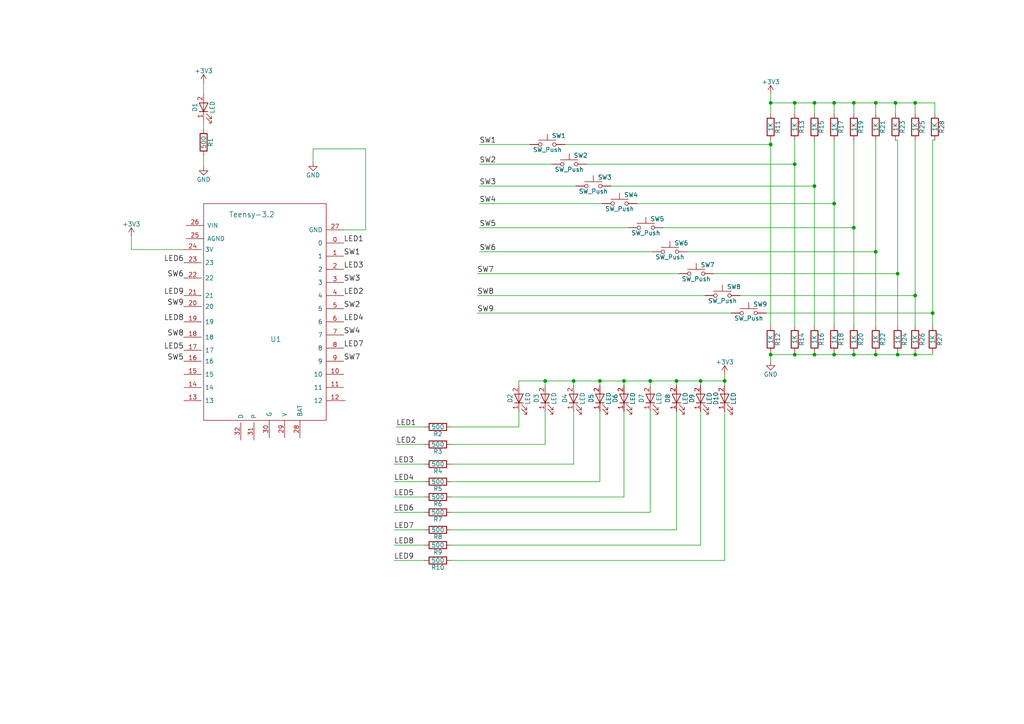
<source format=kicad_sch>
(kicad_sch (version 20230121) (generator eeschema)
  (paper "A4")
  (lib_symbols
    (symbol "Keyboard-Controller-rescue:+3.3V" (power) (pin_names (offset 0))
      (property "Value" "+3.3V" (at 0 3.556 0))
      (symbol "+3.3V_0_1"
        (polyline (pts (xy -0.762 1.27) (xy 0 2.54)))
        (polyline (pts (xy 0 0) (xy 0 2.54)))
        (polyline (pts (xy 0 2.54) (xy 0.762 1.27)))
      )
      (symbol "+3.3V_1_1"
        (pin power_in line (at 0 0 90) (length 0) hide (name "+3V3") (number "1"))
      )
    )
    (symbol "Keyboard-Controller-rescue:GND" (power) (pin_names (offset 0))
      (property "Value" "GND" (at 0 -3.81 0))
      (symbol "GND_0_1"
        (polyline (pts (xy 0 0) (xy 0 -1.27) (xy 1.27 -1.27) (xy 0 -2.54) (xy -1.27 -1.27) (xy 0 -1.27)))
      )
      (symbol "GND_1_1"
        (pin power_in line (at 0 0 270) (length 0) hide (name "GND") (number "1"))
      )
    )
    (symbol "Keyboard-Controller-rescue:LED" (pin_names (offset 1.016) hide)
      (property "Reference" "D" (at 0 2.54 0))
      (property "Value" "LED" (at 0 -2.54 0))
      (symbol "LED_0_1"
        (polyline (pts (xy -1.27 -1.27) (xy -1.27 1.27)) (stroke (width 0.2032)))
        (polyline (pts (xy -1.27 0) (xy 1.27 0)))
        (polyline (pts (xy 1.27 -1.27) (xy 1.27 1.27) (xy -1.27 0) (xy 1.27 -1.27)) (stroke (width 0.2032)))
        (polyline (pts (xy -3.048 -0.762) (xy -4.572 -2.286) (xy -3.81 -2.286) (xy -4.572 -2.286) (xy -4.572 -1.524)))
        (polyline (pts (xy -1.778 -0.762) (xy -3.302 -2.286) (xy -2.54 -2.286) (xy -3.302 -2.286) (xy -3.302 -1.524)))
      )
      (symbol "LED_1_1"
        (pin passive line (at -3.81 0 0) (length 2.54) (name "K") (number "1"))
        (pin passive line (at 3.81 0 180) (length 2.54) (name "A") (number "2"))
      )
    )
    (symbol "Keyboard-Controller-rescue:R" (pin_numbers hide) (pin_names (offset 0))
      (property "Reference" "R" (at 2.032 0 90))
      (property "Value" "R" (at 0 0 90))
      (symbol "R_0_1"
        (rectangle (start -1.016 -2.54) (end 1.016 2.54) (stroke (width 0.254)))
      )
      (symbol "R_1_1"
        (pin passive line (at 0 3.81 270) (length 1.27) (name "~") (number "1"))
        (pin passive line (at 0 -3.81 90) (length 1.27) (name "~") (number "2"))
      )
    )
    (symbol "Keyboard-Controller-rescue:SW_Push" (pin_numbers hide) (pin_names (offset 1.016) hide)
      (property "Reference" "SW" (at 1.27 2.54 0))
      (property "Value" "SW_Push" (at 0 -1.524 0))
      (symbol "SW_Push_0_1"
        (circle (center -2.032 0) (radius 0.508))
        (polyline (pts (xy 0 1.27) (xy 0 3.048)))
        (polyline (pts (xy 2.54 1.27) (xy -2.54 1.27)))
        (circle (center 2.032 0) (radius 0.508))
        (pin passive line (at -5.08 0 0) (length 2.54) (name "1") (number "1"))
        (pin passive line (at 5.08 0 180) (length 2.54) (name "2") (number "2"))
      )
    )
    (symbol "teensy-32:Teensy-3.2" (pin_names (offset 1.016))
      (property "Reference" "U" (at 3.81 -6.35 0))
      (property "Value" "Teensy-3.2" (at -3.175 29.845 0))
      (symbol "Teensy-3.2_0_1"
        (rectangle (start -17.145 33.02) (end 18.415 -29.845))
      )
      (symbol "Teensy-3.2_1_1"
        (pin input line (at 23.495 21.59 180) (length 5.08) (name "0") (number "0"))
        (pin input line (at 23.495 17.78 180) (length 5.08) (name "1") (number "1"))
        (pin input line (at 23.495 -16.51 180) (length 5.08) (name "10") (number "10"))
        (pin input line (at 23.495 -20.32 180) (length 5.08) (name "11") (number "11"))
        (pin input line (at 23.495 -24.13 180) (length 5.08) (name "12") (number "12"))
        (pin input line (at -22.86 -24.13 0) (length 5.08) (name "13") (number "13"))
        (pin input line (at -22.86 -20.32 0) (length 5.08) (name "14") (number "14"))
        (pin input line (at -22.86 -16.51 0) (length 5.08) (name "15") (number "15"))
        (pin input line (at -22.86 -12.7 0) (length 5.08) (name "16") (number "16"))
        (pin input line (at -22.86 -9.525 0) (length 5.08) (name "17") (number "17"))
        (pin input line (at -22.86 -5.715 0) (length 5.08) (name "18") (number "18"))
        (pin input line (at -22.86 -1.27 0) (length 5.08) (name "19") (number "19"))
        (pin input line (at 23.495 13.97 180) (length 5.08) (name "2") (number "2"))
        (pin input line (at -22.86 3.175 0) (length 5.08) (name "20") (number "20"))
        (pin input line (at -22.86 6.35 0) (length 5.08) (name "21") (number "21"))
        (pin input line (at -22.86 11.43 0) (length 5.08) (name "22") (number "22"))
        (pin input line (at -22.86 15.875 0) (length 5.08) (name "23") (number "23"))
        (pin input line (at -22.86 19.685 0) (length 5.08) (name "3V") (number "24"))
        (pin input line (at -22.225 22.86 0) (length 5.08) (name "AGND") (number "25"))
        (pin input line (at -22.225 26.67 0) (length 5.08) (name "VIN") (number "26"))
        (pin input line (at 23.495 25.4 180) (length 5.08) (name "GND") (number "27"))
        (pin input line (at 10.795 -34.925 90) (length 5.08) (name "BAT") (number "28"))
        (pin input line (at 6.35 -34.925 90) (length 5.08) (name "V") (number "29"))
        (pin input line (at 23.495 10.16 180) (length 5.08) (name "3") (number "3"))
        (pin input line (at 1.905 -34.925 90) (length 5.08) (name "G") (number "30"))
        (pin input line (at -2.54 -35.56 90) (length 5.08) (name "P") (number "31"))
        (pin input line (at -6.35 -35.56 90) (length 5.08) (name "D") (number "32"))
        (pin input line (at 23.495 6.35 180) (length 5.08) (name "4") (number "4"))
        (pin input line (at 23.495 2.54 180) (length 5.08) (name "5") (number "5"))
        (pin input line (at 23.495 -1.27 180) (length 5.08) (name "6") (number "6"))
        (pin input line (at 23.495 -5.08 180) (length 5.08) (name "7") (number "7"))
        (pin input line (at 23.495 -8.89 180) (length 5.08) (name "8") (number "8"))
        (pin input line (at 23.495 -12.7 180) (length 5.08) (name "9") (number "9"))
      )
    )
  )
  (junction (at 166.37 110.49))
  (junction (at 254 102.87))
  (junction (at 259.715 29.845))
  (junction (at 236.22 53.975))
  (junction (at 223.52 41.91))
  (junction (at 265.43 102.87))
  (junction (at 180.975 110.49))
  (junction (at 241.935 102.87))
  (junction (at 241.935 29.845))
  (junction (at 223.52 102.87))
  (junction (at 247.65 102.87))
  (junction (at 247.65 29.845))
  (junction (at 230.505 47.625))
  (junction (at 236.22 102.87))
  (junction (at 158.115 110.49))
  (junction (at 260.35 79.375))
  (junction (at 270.51 90.805))
  (junction (at 265.43 85.725))
  (junction (at 210.185 110.49))
  (junction (at 241.935 59.055))
  (junction (at 196.215 110.49))
  (junction (at 254 73.025))
  (junction (at 203.2 110.49))
  (junction (at 173.99 110.49))
  (junction (at 265.43 29.845))
  (junction (at 188.595 110.49))
  (junction (at 260.35 102.87))
  (junction (at 254 29.845))
  (junction (at 247.65 66.04))
  (junction (at 223.52 29.845))
  (junction (at 236.22 29.845))
  (junction (at 230.505 102.87))
  (junction (at 230.505 29.845))
  (wire (pts (xy 241.935 29.845) (xy 241.935 33.02)))
  (wire (pts (xy 174.625 59.055) (xy 139.065 59.055)))
  (wire (pts (xy 260.35 102.87) (xy 260.35 102.235)))
  (wire (pts (xy 236.22 102.87) (xy 241.935 102.87)))
  (wire (pts (xy 259.715 29.845) (xy 259.715 33.02)))
  (wire (pts (xy 123.19 148.59) (xy 114.3 148.59)))
  (wire (pts (xy 247.65 29.845) (xy 254 29.845)))
  (wire (pts (xy 236.22 40.64) (xy 236.22 53.975)))
  (wire (pts (xy 114.935 123.825) (xy 123.19 123.825)))
  (wire (pts (xy 241.935 102.87) (xy 241.935 102.235)))
  (wire (pts (xy 230.505 102.87) (xy 230.505 102.235)))
  (wire (pts (xy 158.115 110.49) (xy 166.37 110.49)))
  (wire (pts (xy 241.935 102.87) (xy 247.65 102.87)))
  (wire (pts (xy 139.065 47.625) (xy 160.02 47.625)))
  (wire (pts (xy 223.52 41.91) (xy 223.52 94.615)))
  (wire (pts (xy 177.165 53.975) (xy 236.22 53.975)))
  (wire (pts (xy 138.43 90.805) (xy 212.09 90.805)))
  (wire (pts (xy 254 40.64) (xy 254 73.025)))
  (wire (pts (xy 173.99 139.7) (xy 130.81 139.7)))
  (wire (pts (xy 265.43 40.64) (xy 265.43 85.725)))
  (wire (pts (xy 130.81 153.67) (xy 196.215 153.67)))
  (wire (pts (xy 247.65 102.87) (xy 247.65 102.235)))
  (wire (pts (xy 247.65 40.64) (xy 247.65 66.04)))
  (wire (pts (xy 188.595 111.76) (xy 188.595 110.49)))
  (wire (pts (xy 90.805 43.18) (xy 90.805 46.99)))
  (wire (pts (xy 247.65 66.04) (xy 247.65 94.615)))
  (wire (pts (xy 196.215 110.49) (xy 203.2 110.49)))
  (wire (pts (xy 241.935 59.055) (xy 241.935 94.615)))
  (wire (pts (xy 270.51 40.64) (xy 271.145 40.64)))
  (wire (pts (xy 173.99 110.49) (xy 180.975 110.49)))
  (wire (pts (xy 139.065 53.975) (xy 167.005 53.975)))
  (wire (pts (xy 59.055 45.085) (xy 59.055 48.26)))
  (wire (pts (xy 230.505 40.64) (xy 230.505 47.625)))
  (wire (pts (xy 207.01 79.375) (xy 260.35 79.375)))
  (wire (pts (xy 270.51 90.805) (xy 270.51 94.615)))
  (wire (pts (xy 139.065 41.91) (xy 153.67 41.91)))
  (wire (pts (xy 203.2 111.76) (xy 203.2 110.49)))
  (wire (pts (xy 196.215 111.76) (xy 196.215 110.49)))
  (wire (pts (xy 223.52 102.87) (xy 230.505 102.87)))
  (wire (pts (xy 223.52 102.87) (xy 223.52 104.775)))
  (wire (pts (xy 254 73.025) (xy 254 94.615)))
  (wire (pts (xy 230.505 29.845) (xy 230.505 33.02)))
  (wire (pts (xy 223.52 102.235) (xy 223.52 102.87)))
  (wire (pts (xy 163.83 41.91) (xy 223.52 41.91)))
  (wire (pts (xy 210.185 108.585) (xy 210.185 110.49)))
  (wire (pts (xy 123.19 162.56) (xy 114.3 162.56)))
  (wire (pts (xy 271.145 29.845) (xy 271.145 33.02)))
  (wire (pts (xy 188.595 119.38) (xy 188.595 148.59)))
  (wire (pts (xy 173.99 111.76) (xy 173.99 110.49)))
  (wire (pts (xy 203.2 119.38) (xy 203.2 158.115)))
  (wire (pts (xy 188.595 148.59) (xy 130.81 148.59)))
  (wire (pts (xy 180.975 111.76) (xy 180.975 110.49)))
  (wire (pts (xy 138.43 79.375) (xy 196.85 79.375)))
  (wire (pts (xy 199.39 73.025) (xy 254 73.025)))
  (wire (pts (xy 166.37 134.62) (xy 166.37 119.38)))
  (wire (pts (xy 100.33 116.205) (xy 99.695 116.205)))
  (wire (pts (xy 150.495 123.825) (xy 150.495 119.38)))
  (wire (pts (xy 254 29.845) (xy 259.715 29.845)))
  (wire (pts (xy 214.63 85.725) (xy 265.43 85.725)))
  (wire (pts (xy 188.595 110.49) (xy 196.215 110.49)))
  (wire (pts (xy 158.115 119.38) (xy 158.115 128.905)))
  (wire (pts (xy 150.495 110.49) (xy 158.115 110.49)))
  (wire (pts (xy 223.52 29.845) (xy 230.505 29.845)))
  (wire (pts (xy 265.43 29.845) (xy 265.43 33.02)))
  (wire (pts (xy 210.185 162.56) (xy 130.81 162.56)))
  (wire (pts (xy 210.185 110.49) (xy 210.185 111.76)))
  (wire (pts (xy 259.715 29.845) (xy 265.43 29.845)))
  (wire (pts (xy 123.19 128.905) (xy 114.935 128.905)))
  (wire (pts (xy 270.51 40.64) (xy 270.51 90.805)))
  (wire (pts (xy 222.25 90.805) (xy 270.51 90.805)))
  (wire (pts (xy 123.19 153.67) (xy 114.3 153.67)))
  (wire (pts (xy 254 102.87) (xy 260.35 102.87)))
  (wire (pts (xy 38.1 72.39) (xy 38.1 68.58)))
  (wire (pts (xy 130.81 123.825) (xy 150.495 123.825)))
  (wire (pts (xy 265.43 85.725) (xy 265.43 94.615)))
  (wire (pts (xy 241.935 29.845) (xy 247.65 29.845)))
  (wire (pts (xy 170.18 47.625) (xy 230.505 47.625)))
  (wire (pts (xy 230.505 29.845) (xy 236.22 29.845)))
  (wire (pts (xy 236.22 53.975) (xy 236.22 94.615)))
  (wire (pts (xy 130.81 134.62) (xy 166.37 134.62)))
  (wire (pts (xy 230.505 102.87) (xy 236.22 102.87)))
  (wire (pts (xy 247.65 102.87) (xy 254 102.87)))
  (wire (pts (xy 254 29.845) (xy 254 33.02)))
  (wire (pts (xy 254 102.87) (xy 254 102.235)))
  (wire (pts (xy 139.065 66.04) (xy 182.245 66.04)))
  (wire (pts (xy 166.37 111.76) (xy 166.37 110.49)))
  (wire (pts (xy 106.045 66.675) (xy 99.695 66.675)))
  (wire (pts (xy 265.43 102.87) (xy 270.51 102.87)))
  (wire (pts (xy 260.35 40.64) (xy 260.35 79.375)))
  (wire (pts (xy 259.715 40.64) (xy 260.35 40.64)))
  (wire (pts (xy 139.065 73.025) (xy 189.23 73.025)))
  (wire (pts (xy 236.22 102.87) (xy 236.22 102.235)))
  (wire (pts (xy 236.22 29.845) (xy 236.22 33.02)))
  (wire (pts (xy 138.43 85.725) (xy 204.47 85.725)))
  (wire (pts (xy 230.505 47.625) (xy 230.505 94.615)))
  (wire (pts (xy 90.805 43.18) (xy 106.045 43.18)))
  (wire (pts (xy 130.81 144.145) (xy 180.975 144.145)))
  (wire (pts (xy 123.19 158.115) (xy 114.3 158.115)))
  (wire (pts (xy 192.405 66.04) (xy 247.65 66.04)))
  (wire (pts (xy 166.37 110.49) (xy 173.99 110.49)))
  (wire (pts (xy 196.215 153.67) (xy 196.215 119.38)))
  (wire (pts (xy 180.975 144.145) (xy 180.975 119.38)))
  (wire (pts (xy 223.52 27.305) (xy 223.52 29.845)))
  (wire (pts (xy 210.185 119.38) (xy 210.185 162.56)))
  (wire (pts (xy 203.2 158.115) (xy 130.81 158.115)))
  (wire (pts (xy 150.495 110.49) (xy 150.495 111.76)))
  (wire (pts (xy 241.935 40.64) (xy 241.935 59.055)))
  (wire (pts (xy 158.115 128.905) (xy 130.81 128.905)))
  (wire (pts (xy 59.055 24.13) (xy 59.055 27.305)))
  (wire (pts (xy 53.34 72.39) (xy 38.1 72.39)))
  (wire (pts (xy 223.52 40.64) (xy 223.52 41.91)))
  (wire (pts (xy 184.785 59.055) (xy 241.935 59.055)))
  (wire (pts (xy 173.99 119.38) (xy 173.99 139.7)))
  (wire (pts (xy 260.35 79.375) (xy 260.35 94.615)))
  (wire (pts (xy 260.35 102.87) (xy 265.43 102.87)))
  (wire (pts (xy 59.055 34.925) (xy 59.055 37.465)))
  (wire (pts (xy 265.43 29.845) (xy 271.145 29.845)))
  (wire (pts (xy 158.115 111.76) (xy 158.115 110.49)))
  (wire (pts (xy 106.045 43.18) (xy 106.045 66.675)))
  (wire (pts (xy 270.51 102.87) (xy 270.51 102.235)))
  (wire (pts (xy 223.52 29.845) (xy 223.52 33.02)))
  (wire (pts (xy 114.3 134.62) (xy 123.19 134.62)))
  (wire (pts (xy 247.65 29.845) (xy 247.65 33.02)))
  (wire (pts (xy 236.22 29.845) (xy 241.935 29.845)))
  (wire (pts (xy 265.43 102.87) (xy 265.43 102.235)))
  (wire (pts (xy 180.975 110.49) (xy 188.595 110.49)))
  (wire (pts (xy 203.2 110.49) (xy 210.185 110.49)))
  (wire (pts (xy 123.19 144.145) (xy 114.3 144.145)))
  (wire (pts (xy 114.3 139.7) (xy 123.19 139.7)))
  (label "SW3" (at 99.695 81.915 0) (effects (font (size 1.524 1.524))))
  (label "LED6" (at 114.3 148.59 0) (effects (font (size 1.524 1.524))))
  (label "SW5" (at 53.34 104.775 180) (effects (font (size 1.524 1.524))))
  (label "SW7" (at 99.695 104.775 0) (effects (font (size 1.524 1.524))))
  (label "LED8" (at 53.34 93.345 180) (effects (font (size 1.524 1.524))))
  (label "SW6" (at 53.34 80.645 180) (effects (font (size 1.524 1.524))))
  (label "LED2" (at 114.935 128.905 0) (effects (font (size 1.524 1.524))))
  (label "SW2" (at 139.065 47.625 0) (effects (font (size 1.524 1.524))))
  (label "LED7" (at 114.3 153.67 0) (effects (font (size 1.524 1.524))))
  (label "LED4" (at 99.695 93.345 0) (effects (font (size 1.524 1.524))))
  (label "SW1" (at 139.065 41.91 0) (effects (font (size 1.524 1.524))))
  (label "LED1" (at 114.935 123.825 0) (effects (font (size 1.524 1.524))))
  (label "LED3" (at 99.695 78.105 0) (effects (font (size 1.524 1.524))))
  (label "LED5" (at 114.3 144.145 0) (effects (font (size 1.524 1.524))))
  (label "LED2" (at 99.695 85.725 0) (effects (font (size 1.524 1.524))))
  (label "LED9" (at 53.34 85.725 180) (effects (font (size 1.524 1.524))))
  (label "LED7" (at 99.695 100.965 0) (effects (font (size 1.524 1.524))))
  (label "SW5" (at 139.065 66.04 0) (effects (font (size 1.524 1.524))))
  (label "SW4" (at 139.065 59.055 0) (effects (font (size 1.524 1.524))))
  (label "SW1" (at 99.695 74.295 0) (effects (font (size 1.524 1.524))))
  (label "SW8" (at 53.34 97.79 180) (effects (font (size 1.524 1.524))))
  (label "LED4" (at 114.3 139.7 0) (effects (font (size 1.524 1.524))))
  (label "SW4" (at 99.695 97.155 0) (effects (font (size 1.524 1.524))))
  (label "LED8" (at 114.3 158.115 0) (effects (font (size 1.524 1.524))))
  (label "SW6" (at 139.065 73.025 0) (effects (font (size 1.524 1.524))))
  (label "LED3" (at 114.3 134.62 0) (effects (font (size 1.524 1.524))))
  (label "LED9" (at 114.3 162.56 0) (effects (font (size 1.524 1.524))))
  (label "SW9" (at 53.34 88.9 180) (effects (font (size 1.524 1.524))))
  (label "SW3" (at 139.065 53.975 0) (effects (font (size 1.524 1.524))))
  (label "SW2" (at 99.695 89.535 0) (effects (font (size 1.524 1.524))))
  (label "SW9" (at 138.43 90.805 0) (effects (font (size 1.524 1.524))))
  (label "LED5" (at 53.34 101.6 180) (effects (font (size 1.524 1.524))))
  (label "LED6" (at 53.34 76.2 180) (effects (font (size 1.524 1.524))))
  (label "SW7" (at 138.43 79.375 0) (effects (font (size 1.524 1.524))))
  (label "SW8" (at 138.43 85.725 0) (effects (font (size 1.524 1.524))))
  (label "LED1" (at 99.695 70.485 0) (effects (font (size 1.524 1.524))))
  (symbol (lib_id "Keyboard-Controller-rescue:+3.3V") (at 38.1 68.58 0) (unit 1)
    (property "Reference" "#PWR01" (effects hide))
    (property "Value" "+3.3V" (at 38.1 65.024 0))
  )
  (symbol (lib_id "teensy-32:Teensy-3.2") (at 76.2 92.075 0) (unit 1)
    (property "Reference" "U1" (at 80.01 98.425 0) (effects (font (size 1.524 1.524))))
    (property "Value" "Teensy-3.2" (at 73.025 62.23 0) (effects (font (size 1.524 1.524))))
    (property "Footprint" "Key:Teensy-32" (effects hide))
  )
  (symbol (lib_id "Keyboard-Controller-rescue:+3.3V") (at 59.055 24.13 0) (unit 1)
    (property "Reference" "#PWR02" (effects hide))
    (property "Value" "+3.3V" (at 59.055 20.574 0))
  )
  (symbol (lib_id "Keyboard-Controller-rescue:GND") (at 90.805 46.99 0) (unit 1)
    (property "Reference" "#PWR03" (effects hide))
    (property "Value" "GND" (at 90.805 50.8 0))
  )
  (symbol (lib_id "Keyboard-Controller-rescue:GND") (at 59.055 48.26 0) (unit 1)
    (property "Reference" "#PWR04" (effects hide))
    (property "Value" "GND" (at 59.055 52.07 0))
  )
  (symbol (lib_id "Keyboard-Controller-rescue:R") (at 59.055 41.275 0) (unit 1)
    (property "Reference" "R1" (at 61.087 41.275 90))
    (property "Value" "500" (at 59.055 41.275 90))
    (property "Footprint" "Resistors_SMD:R_0805_HandSoldering" (effects hide))
  )
  (symbol (lib_id "Keyboard-Controller-rescue:LED") (at 59.055 31.115 90) (unit 1)
    (property "Reference" "D1" (at 56.515 31.115 0))
    (property "Value" "LED" (at 61.595 31.115 0))
    (property "Footprint" "LEDs:LED_0805" (effects hide))
  )
  (symbol (lib_id "Keyboard-Controller-rescue:R") (at 223.52 36.83 0) (unit 1)
    (property "Reference" "R11" (at 225.552 36.83 90))
    (property "Value" "1K" (at 223.52 36.83 90))
    (property "Footprint" "Resistors_SMD:R_0805_HandSoldering" (effects hide))
  )
  (symbol (lib_id "Keyboard-Controller-rescue:R") (at 223.52 98.425 0) (unit 1)
    (property "Reference" "R12" (at 225.552 98.425 90))
    (property "Value" "1K" (at 223.52 98.425 90))
    (property "Footprint" "Resistors_SMD:R_0805_HandSoldering" (effects hide))
  )
  (symbol (lib_id "Keyboard-Controller-rescue:+3.3V") (at 223.52 27.305 0) (unit 1)
    (property "Reference" "#PWR05" (effects hide))
    (property "Value" "+3.3V" (at 223.52 23.749 0))
  )
  (symbol (lib_id "Keyboard-Controller-rescue:GND") (at 223.52 104.775 0) (unit 1)
    (property "Reference" "#PWR06" (effects hide))
    (property "Value" "GND" (at 223.52 108.585 0))
  )
  (symbol (lib_id "Keyboard-Controller-rescue:SW_Push") (at 158.75 41.91 0) (unit 1)
    (property "Reference" "SW1" (at 160.02 39.37 0) (effects (justify left)))
    (property "Value" "SW_Push" (at 158.75 43.434 0))
    (property "Footprint" "Key:PTS645SK43SMTR92" (effects hide))
    (property "MPN" "PTS645SK43SMTR92" (effects hide))
  )
  (symbol (lib_id "Keyboard-Controller-rescue:R") (at 230.505 36.83 0) (unit 1)
    (property "Reference" "R13" (at 232.537 36.83 90))
    (property "Value" "1K" (at 230.505 36.83 90))
    (property "Footprint" "Resistors_SMD:R_0805_HandSoldering" (effects hide))
  )
  (symbol (lib_id "Keyboard-Controller-rescue:R") (at 230.505 98.425 0) (unit 1)
    (property "Reference" "R14" (at 232.537 98.425 90))
    (property "Value" "1K" (at 230.505 98.425 90))
    (property "Footprint" "Resistors_SMD:R_0805_HandSoldering" (effects hide))
  )
  (symbol (lib_id "Keyboard-Controller-rescue:SW_Push") (at 165.1 47.625 0) (unit 1)
    (property "Reference" "SW2" (at 166.37 45.085 0) (effects (justify left)))
    (property "Value" "SW_Push" (at 165.1 49.149 0))
    (property "Footprint" "Key:PTS645SK43SMTR92" (effects hide))
    (property "MPN" "PTS645SK43SMTR92" (effects hide))
  )
  (symbol (lib_id "Keyboard-Controller-rescue:SW_Push") (at 172.085 53.975 0) (unit 1)
    (property "Reference" "SW3" (at 173.355 51.435 0) (effects (justify left)))
    (property "Value" "SW_Push" (at 172.085 55.499 0))
    (property "Footprint" "Key:PTS645SK43SMTR92" (effects hide))
    (property "MPN" "PTS645SK43SMTR92" (effects hide))
  )
  (symbol (lib_id "Keyboard-Controller-rescue:SW_Push") (at 179.705 59.055 0) (unit 1)
    (property "Reference" "SW4" (at 180.975 56.515 0) (effects (justify left)))
    (property "Value" "SW_Push" (at 179.705 60.579 0))
    (property "Footprint" "Key:PTS645SK43SMTR92" (effects hide))
    (property "MPN" "PTS645SK43SMTR92" (effects hide))
  )
  (symbol (lib_id "Keyboard-Controller-rescue:SW_Push") (at 187.325 66.04 0) (unit 1)
    (property "Reference" "SW5" (at 188.595 63.5 0) (effects (justify left)))
    (property "Value" "SW_Push" (at 187.325 67.564 0))
    (property "Footprint" "Key:PTS645SK43SMTR92" (effects hide))
    (property "MPN" "PTS645SK43SMTR92" (effects hide))
  )
  (symbol (lib_id "Keyboard-Controller-rescue:SW_Push") (at 194.31 73.025 0) (unit 1)
    (property "Reference" "SW6" (at 195.58 70.485 0) (effects (justify left)))
    (property "Value" "SW_Push" (at 194.31 74.549 0))
    (property "Footprint" "Key:PTS645SK43SMTR92" (effects hide))
    (property "MPN" "PTS645SK43SMTR92" (effects hide))
  )
  (symbol (lib_id "Keyboard-Controller-rescue:SW_Push") (at 201.93 79.375 0) (unit 1)
    (property "Reference" "SW7" (at 203.2 76.835 0) (effects (justify left)))
    (property "Value" "SW_Push" (at 201.93 80.899 0))
    (property "Footprint" "Key:PTS645SK43SMTR92" (effects hide))
    (property "MPN" "PTS645SK43SMTR92" (effects hide))
  )
  (symbol (lib_id "Keyboard-Controller-rescue:SW_Push") (at 209.55 85.725 0) (unit 1)
    (property "Reference" "SW8" (at 210.82 83.185 0) (effects (justify left)))
    (property "Value" "SW_Push" (at 209.55 87.249 0))
    (property "Footprint" "Key:PTS645SK43SMTR92" (effects hide))
    (property "MPN" "PTS645SK43SMTR92" (effects hide))
  )
  (symbol (lib_id "Keyboard-Controller-rescue:SW_Push") (at 217.17 90.805 0) (unit 1)
    (property "Reference" "SW9" (at 218.44 88.265 0) (effects (justify left)))
    (property "Value" "SW_Push" (at 217.17 92.329 0))
    (property "Footprint" "Key:PTS645SK43SMTR92" (effects hide))
    (property "MPN" "PTS645SK43SMTR92" (effects hide))
  )
  (symbol (lib_id "Keyboard-Controller-rescue:R") (at 236.22 36.83 0) (unit 1)
    (property "Reference" "R15" (at 238.252 36.83 90))
    (property "Value" "1K" (at 236.22 36.83 90))
    (property "Footprint" "Resistors_SMD:R_0805_HandSoldering" (effects hide))
  )
  (symbol (lib_id "Keyboard-Controller-rescue:R") (at 236.22 98.425 0) (unit 1)
    (property "Reference" "R16" (at 238.252 98.425 90))
    (property "Value" "1K" (at 236.22 98.425 90))
    (property "Footprint" "Resistors_SMD:R_0805_HandSoldering" (effects hide))
  )
  (symbol (lib_id "Keyboard-Controller-rescue:R") (at 241.935 36.83 0) (unit 1)
    (property "Reference" "R17" (at 243.967 36.83 90))
    (property "Value" "1K" (at 241.935 36.83 90))
    (property "Footprint" "Resistors_SMD:R_0805_HandSoldering" (effects hide))
  )
  (symbol (lib_id "Keyboard-Controller-rescue:R") (at 241.935 98.425 0) (unit 1)
    (property "Reference" "R18" (at 243.967 98.425 90))
    (property "Value" "1K" (at 241.935 98.425 90))
    (property "Footprint" "Resistors_SMD:R_0805_HandSoldering" (effects hide))
  )
  (symbol (lib_id "Keyboard-Controller-rescue:R") (at 247.65 36.83 0) (unit 1)
    (property "Reference" "R19" (at 249.682 36.83 90))
    (property "Value" "1K" (at 247.65 36.83 90))
    (property "Footprint" "Resistors_SMD:R_0805_HandSoldering" (effects hide))
  )
  (symbol (lib_id "Keyboard-Controller-rescue:R") (at 247.65 98.425 0) (unit 1)
    (property "Reference" "R20" (at 249.682 98.425 90))
    (property "Value" "1K" (at 247.65 98.425 90))
    (property "Footprint" "Resistors_SMD:R_0805_HandSoldering" (effects hide))
  )
  (symbol (lib_id "Keyboard-Controller-rescue:R") (at 254 36.83 0) (unit 1)
    (property "Reference" "R21" (at 256.032 36.83 90))
    (property "Value" "1K" (at 254 36.83 90))
    (property "Footprint" "Resistors_SMD:R_0805_HandSoldering" (effects hide))
  )
  (symbol (lib_id "Keyboard-Controller-rescue:R") (at 259.715 36.83 0) (unit 1)
    (property "Reference" "R23" (at 261.747 36.83 90))
    (property "Value" "1K" (at 259.715 36.83 90))
    (property "Footprint" "Resistors_SMD:R_0805_HandSoldering" (effects hide))
  )
  (symbol (lib_id "Keyboard-Controller-rescue:R") (at 265.43 36.83 0) (unit 1)
    (property "Reference" "R25" (at 267.462 36.83 90))
    (property "Value" "1K" (at 265.43 36.83 90))
    (property "Footprint" "Resistors_SMD:R_0805_HandSoldering" (effects hide))
  )
  (symbol (lib_id "Keyboard-Controller-rescue:R") (at 271.145 36.83 0) (unit 1)
    (property "Reference" "R28" (at 273.177 36.83 90))
    (property "Value" "1K" (at 271.145 36.83 90))
    (property "Footprint" "Resistors_SMD:R_0805_HandSoldering" (effects hide))
  )
  (symbol (lib_id "Keyboard-Controller-rescue:R") (at 254 98.425 0) (unit 1)
    (property "Reference" "R22" (at 256.032 98.425 90))
    (property "Value" "1K" (at 254 98.425 90))
    (property "Footprint" "Resistors_SMD:R_0805_HandSoldering" (effects hide))
  )
  (symbol (lib_id "Keyboard-Controller-rescue:R") (at 260.35 98.425 0) (unit 1)
    (property "Reference" "R24" (at 262.382 98.425 90))
    (property "Value" "1K" (at 260.35 98.425 90))
    (property "Footprint" "Resistors_SMD:R_0805_HandSoldering" (effects hide))
  )
  (symbol (lib_id "Keyboard-Controller-rescue:R") (at 265.43 98.425 0) (unit 1)
    (property "Reference" "R26" (at 267.462 98.425 90))
    (property "Value" "1K" (at 265.43 98.425 90))
    (property "Footprint" "Resistors_SMD:R_0805_HandSoldering" (effects hide))
  )
  (symbol (lib_id "Keyboard-Controller-rescue:R") (at 270.51 98.425 0) (unit 1)
    (property "Reference" "R27" (at 272.542 98.425 90))
    (property "Value" "1K" (at 270.51 98.425 90))
    (property "Footprint" "Resistors_SMD:R_0805_HandSoldering" (effects hide))
  )
  (symbol (lib_id "Keyboard-Controller-rescue:+3.3V") (at 210.185 108.585 0) (unit 1)
    (property "Reference" "#PWR07" (effects hide))
    (property "Value" "+3.3V" (at 210.185 105.029 0))
  )
  (symbol (lib_id "Keyboard-Controller-rescue:R") (at 127 162.56 270) (unit 1)
    (property "Reference" "R10" (at 127 164.592 90))
    (property "Value" "500" (at 127 162.56 90))
    (property "Footprint" "Resistors_SMD:R_0805_HandSoldering" (effects hide))
  )
  (symbol (lib_id "Keyboard-Controller-rescue:LED") (at 210.185 115.57 90) (unit 1)
    (property "Reference" "D10" (at 207.645 115.57 0))
    (property "Value" "LED" (at 212.725 115.57 0))
    (property "Footprint" "LEDs:LED_0805" (effects hide))
  )
  (symbol (lib_id "Keyboard-Controller-rescue:LED") (at 203.2 115.57 90) (unit 1)
    (property "Reference" "D9" (at 200.66 115.57 0))
    (property "Value" "LED" (at 205.74 115.57 0))
    (property "Footprint" "LEDs:LED_0805" (effects hide))
  )
  (symbol (lib_id "Keyboard-Controller-rescue:LED") (at 196.215 115.57 90) (unit 1)
    (property "Reference" "D8" (at 193.675 115.57 0))
    (property "Value" "LED" (at 198.755 115.57 0))
    (property "Footprint" "LEDs:LED_0805" (effects hide))
  )
  (symbol (lib_id "Keyboard-Controller-rescue:LED") (at 188.595 115.57 90) (unit 1)
    (property "Reference" "D7" (at 186.055 115.57 0))
    (property "Value" "LED" (at 191.135 115.57 0))
    (property "Footprint" "LEDs:LED_0805" (effects hide))
  )
  (symbol (lib_id "Keyboard-Controller-rescue:LED") (at 180.975 115.57 90) (unit 1)
    (property "Reference" "D6" (at 178.435 115.57 0))
    (property "Value" "LED" (at 183.515 115.57 0))
    (property "Footprint" "LEDs:LED_0805" (effects hide))
  )
  (symbol (lib_id "Keyboard-Controller-rescue:LED") (at 173.99 115.57 90) (unit 1)
    (property "Reference" "D5" (at 171.45 115.57 0))
    (property "Value" "LED" (at 176.53 115.57 0))
    (property "Footprint" "LEDs:LED_0805" (effects hide))
  )
  (symbol (lib_id "Keyboard-Controller-rescue:LED") (at 166.37 115.57 90) (unit 1)
    (property "Reference" "D4" (at 163.83 115.57 0))
    (property "Value" "LED" (at 168.91 115.57 0))
    (property "Footprint" "LEDs:LED_0805" (effects hide))
  )
  (symbol (lib_id "Keyboard-Controller-rescue:LED") (at 158.115 115.57 90) (unit 1)
    (property "Reference" "D3" (at 155.575 115.57 0))
    (property "Value" "LED" (at 160.655 115.57 0))
    (property "Footprint" "LEDs:LED_0805" (effects hide))
  )
  (symbol (lib_id "Keyboard-Controller-rescue:LED") (at 150.495 115.57 90) (unit 1)
    (property "Reference" "D2" (at 147.955 115.57 0))
    (property "Value" "LED" (at 153.035 115.57 0))
    (property "Footprint" "LEDs:LED_0805" (effects hide))
  )
  (symbol (lib_id "Keyboard-Controller-rescue:R") (at 127 158.115 270) (unit 1)
    (property "Reference" "R9" (at 127 160.147 90))
    (property "Value" "500" (at 127 158.115 90))
    (property "Footprint" "Resistors_SMD:R_0805_HandSoldering" (effects hide))
  )
  (symbol (lib_id "Keyboard-Controller-rescue:R") (at 127 153.67 270) (unit 1)
    (property "Reference" "R8" (at 127 155.702 90))
    (property "Value" "500" (at 127 153.67 90))
    (property "Footprint" "Resistors_SMD:R_0805_HandSoldering" (effects hide))
  )
  (symbol (lib_id "Keyboard-Controller-rescue:R") (at 127 148.59 270) (unit 1)
    (property "Reference" "R7" (at 127 150.622 90))
    (property "Value" "500" (at 127 148.59 90))
    (property "Footprint" "Resistors_SMD:R_0805_HandSoldering" (effects hide))
  )
  (symbol (lib_id "Keyboard-Controller-rescue:R") (at 127 144.145 270) (unit 1)
    (property "Reference" "R6" (at 127 146.177 90))
    (property "Value" "500" (at 127 144.145 90))
    (property "Footprint" "Resistors_SMD:R_0805_HandSoldering" (effects hide))
  )
  (symbol (lib_id "Keyboard-Controller-rescue:R") (at 127 139.7 270) (unit 1)
    (property "Reference" "R5" (at 127 141.732 90))
    (property "Value" "500" (at 127 139.7 90))
    (property "Footprint" "Resistors_SMD:R_0805_HandSoldering" (effects hide))
  )
  (symbol (lib_id "Keyboard-Controller-rescue:R") (at 127 134.62 270) (unit 1)
    (property "Reference" "R4" (at 127 136.652 90))
    (property "Value" "500" (at 127 134.62 90))
    (property "Footprint" "Resistors_SMD:R_0805_HandSoldering" (effects hide))
  )
  (symbol (lib_id "Keyboard-Controller-rescue:R") (at 127 128.905 270) (unit 1)
    (property "Reference" "R3" (at 127 130.937 90))
    (property "Value" "500" (at 127 128.905 90))
    (property "Footprint" "Resistors_SMD:R_0805_HandSoldering" (effects hide))
  )
  (symbol (lib_id "Keyboard-Controller-rescue:R") (at 127 123.825 270) (unit 1)
    (property "Reference" "R2" (at 127 125.857 90))
    (property "Value" "500" (at 127 123.825 90))
    (property "Footprint" "Resistors_SMD:R_0805_HandSoldering" (effects hide))
  )
)
</source>
